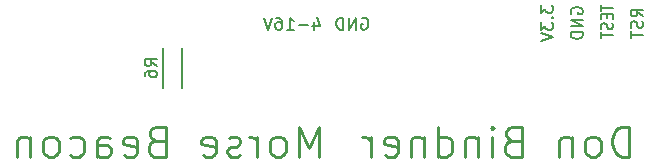
<source format=gbr>
G04 #@! TF.FileFunction,Legend,Bot*
%FSLAX46Y46*%
G04 Gerber Fmt 4.6, Leading zero omitted, Abs format (unit mm)*
G04 Created by KiCad (PCBNEW 0.201510251816+6278~30~ubuntu14.04.1-product) date Mon 26 Oct 2015 11:17:12 PM CDT*
%MOMM*%
G01*
G04 APERTURE LIST*
%ADD10C,0.100000*%
%ADD11C,0.254000*%
%ADD12C,0.150000*%
%ADD13C,0.127000*%
G04 APERTURE END LIST*
D10*
D11*
X165686618Y-99574048D02*
X165686618Y-97034048D01*
X165081856Y-97034048D01*
X164718999Y-97155000D01*
X164477094Y-97396905D01*
X164356142Y-97638810D01*
X164235190Y-98122619D01*
X164235190Y-98485476D01*
X164356142Y-98969286D01*
X164477094Y-99211190D01*
X164718999Y-99453095D01*
X165081856Y-99574048D01*
X165686618Y-99574048D01*
X162783761Y-99574048D02*
X163025666Y-99453095D01*
X163146618Y-99332143D01*
X163267570Y-99090238D01*
X163267570Y-98364524D01*
X163146618Y-98122619D01*
X163025666Y-98001667D01*
X162783761Y-97880714D01*
X162420904Y-97880714D01*
X162178999Y-98001667D01*
X162058047Y-98122619D01*
X161937094Y-98364524D01*
X161937094Y-99090238D01*
X162058047Y-99332143D01*
X162178999Y-99453095D01*
X162420904Y-99574048D01*
X162783761Y-99574048D01*
X160848523Y-97880714D02*
X160848523Y-99574048D01*
X160848523Y-98122619D02*
X160727571Y-98001667D01*
X160485666Y-97880714D01*
X160122809Y-97880714D01*
X159880904Y-98001667D01*
X159759952Y-98243571D01*
X159759952Y-99574048D01*
X155768523Y-98243571D02*
X155405666Y-98364524D01*
X155284714Y-98485476D01*
X155163762Y-98727381D01*
X155163762Y-99090238D01*
X155284714Y-99332143D01*
X155405666Y-99453095D01*
X155647571Y-99574048D01*
X156615190Y-99574048D01*
X156615190Y-97034048D01*
X155768523Y-97034048D01*
X155526619Y-97155000D01*
X155405666Y-97275952D01*
X155284714Y-97517857D01*
X155284714Y-97759762D01*
X155405666Y-98001667D01*
X155526619Y-98122619D01*
X155768523Y-98243571D01*
X156615190Y-98243571D01*
X154075190Y-99574048D02*
X154075190Y-97880714D01*
X154075190Y-97034048D02*
X154196142Y-97155000D01*
X154075190Y-97275952D01*
X153954238Y-97155000D01*
X154075190Y-97034048D01*
X154075190Y-97275952D01*
X152865666Y-97880714D02*
X152865666Y-99574048D01*
X152865666Y-98122619D02*
X152744714Y-98001667D01*
X152502809Y-97880714D01*
X152139952Y-97880714D01*
X151898047Y-98001667D01*
X151777095Y-98243571D01*
X151777095Y-99574048D01*
X149479000Y-99574048D02*
X149479000Y-97034048D01*
X149479000Y-99453095D02*
X149720904Y-99574048D01*
X150204714Y-99574048D01*
X150446619Y-99453095D01*
X150567571Y-99332143D01*
X150688523Y-99090238D01*
X150688523Y-98364524D01*
X150567571Y-98122619D01*
X150446619Y-98001667D01*
X150204714Y-97880714D01*
X149720904Y-97880714D01*
X149479000Y-98001667D01*
X148269476Y-97880714D02*
X148269476Y-99574048D01*
X148269476Y-98122619D02*
X148148524Y-98001667D01*
X147906619Y-97880714D01*
X147543762Y-97880714D01*
X147301857Y-98001667D01*
X147180905Y-98243571D01*
X147180905Y-99574048D01*
X145003762Y-99453095D02*
X145245667Y-99574048D01*
X145729476Y-99574048D01*
X145971381Y-99453095D01*
X146092333Y-99211190D01*
X146092333Y-98243571D01*
X145971381Y-98001667D01*
X145729476Y-97880714D01*
X145245667Y-97880714D01*
X145003762Y-98001667D01*
X144882810Y-98243571D01*
X144882810Y-98485476D01*
X146092333Y-98727381D01*
X143794238Y-99574048D02*
X143794238Y-97880714D01*
X143794238Y-98364524D02*
X143673286Y-98122619D01*
X143552333Y-98001667D01*
X143310429Y-97880714D01*
X143068524Y-97880714D01*
X139379475Y-99574048D02*
X139379475Y-97034048D01*
X138532808Y-98848333D01*
X137686142Y-97034048D01*
X137686142Y-99574048D01*
X136113761Y-99574048D02*
X136355666Y-99453095D01*
X136476618Y-99332143D01*
X136597570Y-99090238D01*
X136597570Y-98364524D01*
X136476618Y-98122619D01*
X136355666Y-98001667D01*
X136113761Y-97880714D01*
X135750904Y-97880714D01*
X135508999Y-98001667D01*
X135388047Y-98122619D01*
X135267094Y-98364524D01*
X135267094Y-99090238D01*
X135388047Y-99332143D01*
X135508999Y-99453095D01*
X135750904Y-99574048D01*
X136113761Y-99574048D01*
X134178523Y-99574048D02*
X134178523Y-97880714D01*
X134178523Y-98364524D02*
X134057571Y-98122619D01*
X133936618Y-98001667D01*
X133694714Y-97880714D01*
X133452809Y-97880714D01*
X132727094Y-99453095D02*
X132485190Y-99574048D01*
X132001380Y-99574048D01*
X131759475Y-99453095D01*
X131638523Y-99211190D01*
X131638523Y-99090238D01*
X131759475Y-98848333D01*
X132001380Y-98727381D01*
X132364237Y-98727381D01*
X132606142Y-98606429D01*
X132727094Y-98364524D01*
X132727094Y-98243571D01*
X132606142Y-98001667D01*
X132364237Y-97880714D01*
X132001380Y-97880714D01*
X131759475Y-98001667D01*
X129582333Y-99453095D02*
X129824238Y-99574048D01*
X130308047Y-99574048D01*
X130549952Y-99453095D01*
X130670904Y-99211190D01*
X130670904Y-98243571D01*
X130549952Y-98001667D01*
X130308047Y-97880714D01*
X129824238Y-97880714D01*
X129582333Y-98001667D01*
X129461381Y-98243571D01*
X129461381Y-98485476D01*
X130670904Y-98727381D01*
X125590904Y-98243571D02*
X125228047Y-98364524D01*
X125107095Y-98485476D01*
X124986143Y-98727381D01*
X124986143Y-99090238D01*
X125107095Y-99332143D01*
X125228047Y-99453095D01*
X125469952Y-99574048D01*
X126437571Y-99574048D01*
X126437571Y-97034048D01*
X125590904Y-97034048D01*
X125349000Y-97155000D01*
X125228047Y-97275952D01*
X125107095Y-97517857D01*
X125107095Y-97759762D01*
X125228047Y-98001667D01*
X125349000Y-98122619D01*
X125590904Y-98243571D01*
X126437571Y-98243571D01*
X122929952Y-99453095D02*
X123171857Y-99574048D01*
X123655666Y-99574048D01*
X123897571Y-99453095D01*
X124018523Y-99211190D01*
X124018523Y-98243571D01*
X123897571Y-98001667D01*
X123655666Y-97880714D01*
X123171857Y-97880714D01*
X122929952Y-98001667D01*
X122809000Y-98243571D01*
X122809000Y-98485476D01*
X124018523Y-98727381D01*
X120631857Y-99574048D02*
X120631857Y-98243571D01*
X120752809Y-98001667D01*
X120994714Y-97880714D01*
X121478523Y-97880714D01*
X121720428Y-98001667D01*
X120631857Y-99453095D02*
X120873761Y-99574048D01*
X121478523Y-99574048D01*
X121720428Y-99453095D01*
X121841380Y-99211190D01*
X121841380Y-98969286D01*
X121720428Y-98727381D01*
X121478523Y-98606429D01*
X120873761Y-98606429D01*
X120631857Y-98485476D01*
X118333762Y-99453095D02*
X118575666Y-99574048D01*
X119059476Y-99574048D01*
X119301381Y-99453095D01*
X119422333Y-99332143D01*
X119543285Y-99090238D01*
X119543285Y-98364524D01*
X119422333Y-98122619D01*
X119301381Y-98001667D01*
X119059476Y-97880714D01*
X118575666Y-97880714D01*
X118333762Y-98001667D01*
X116882333Y-99574048D02*
X117124238Y-99453095D01*
X117245190Y-99332143D01*
X117366142Y-99090238D01*
X117366142Y-98364524D01*
X117245190Y-98122619D01*
X117124238Y-98001667D01*
X116882333Y-97880714D01*
X116519476Y-97880714D01*
X116277571Y-98001667D01*
X116156619Y-98122619D01*
X116035666Y-98364524D01*
X116035666Y-99090238D01*
X116156619Y-99332143D01*
X116277571Y-99453095D01*
X116519476Y-99574048D01*
X116882333Y-99574048D01*
X114947095Y-97880714D02*
X114947095Y-99574048D01*
X114947095Y-98122619D02*
X114826143Y-98001667D01*
X114584238Y-97880714D01*
X114221381Y-97880714D01*
X113979476Y-98001667D01*
X113858524Y-98243571D01*
X113858524Y-99574048D01*
D12*
X127800000Y-90375000D02*
X127800000Y-93775000D01*
X126200000Y-90375000D02*
X126200000Y-93775000D01*
D13*
X138998476Y-88142286D02*
X138998476Y-88819619D01*
X139240380Y-87755238D02*
X139482285Y-88480952D01*
X138853333Y-88480952D01*
X138466285Y-88432571D02*
X137692190Y-88432571D01*
X136676190Y-88819619D02*
X137256761Y-88819619D01*
X136966475Y-88819619D02*
X136966475Y-87803619D01*
X137063237Y-87948762D01*
X137159999Y-88045524D01*
X137256761Y-88093905D01*
X135805333Y-87803619D02*
X135998856Y-87803619D01*
X136095618Y-87852000D01*
X136143999Y-87900381D01*
X136240761Y-88045524D01*
X136289142Y-88239048D01*
X136289142Y-88626095D01*
X136240761Y-88722857D01*
X136192380Y-88771238D01*
X136095618Y-88819619D01*
X135902095Y-88819619D01*
X135805333Y-88771238D01*
X135756952Y-88722857D01*
X135708571Y-88626095D01*
X135708571Y-88384190D01*
X135756952Y-88287429D01*
X135805333Y-88239048D01*
X135902095Y-88190667D01*
X136095618Y-88190667D01*
X136192380Y-88239048D01*
X136240761Y-88287429D01*
X136289142Y-88384190D01*
X135418285Y-87803619D02*
X135079618Y-88819619D01*
X134740952Y-87803619D01*
X143014095Y-87852000D02*
X143110857Y-87803619D01*
X143256000Y-87803619D01*
X143401142Y-87852000D01*
X143497904Y-87948762D01*
X143546285Y-88045524D01*
X143594666Y-88239048D01*
X143594666Y-88384190D01*
X143546285Y-88577714D01*
X143497904Y-88674476D01*
X143401142Y-88771238D01*
X143256000Y-88819619D01*
X143159238Y-88819619D01*
X143014095Y-88771238D01*
X142965714Y-88722857D01*
X142965714Y-88384190D01*
X143159238Y-88384190D01*
X142530285Y-88819619D02*
X142530285Y-87803619D01*
X141949714Y-88819619D01*
X141949714Y-87803619D01*
X141465904Y-88819619D02*
X141465904Y-87803619D01*
X141223999Y-87803619D01*
X141078857Y-87852000D01*
X140982095Y-87948762D01*
X140933714Y-88045524D01*
X140885333Y-88239048D01*
X140885333Y-88384190D01*
X140933714Y-88577714D01*
X140982095Y-88674476D01*
X141078857Y-88771238D01*
X141223999Y-88819619D01*
X141465904Y-88819619D01*
X158193619Y-86765191D02*
X158193619Y-87394143D01*
X158580667Y-87055477D01*
X158580667Y-87200619D01*
X158629048Y-87297381D01*
X158677429Y-87345762D01*
X158774190Y-87394143D01*
X159016095Y-87394143D01*
X159112857Y-87345762D01*
X159161238Y-87297381D01*
X159209619Y-87200619D01*
X159209619Y-86910334D01*
X159161238Y-86813572D01*
X159112857Y-86765191D01*
X159112857Y-87829572D02*
X159161238Y-87877953D01*
X159209619Y-87829572D01*
X159161238Y-87781191D01*
X159112857Y-87829572D01*
X159209619Y-87829572D01*
X158193619Y-88216620D02*
X158193619Y-88845572D01*
X158580667Y-88506906D01*
X158580667Y-88652048D01*
X158629048Y-88748810D01*
X158677429Y-88797191D01*
X158774190Y-88845572D01*
X159016095Y-88845572D01*
X159112857Y-88797191D01*
X159161238Y-88748810D01*
X159209619Y-88652048D01*
X159209619Y-88361763D01*
X159161238Y-88265001D01*
X159112857Y-88216620D01*
X158193619Y-89135858D02*
X159209619Y-89474525D01*
X158193619Y-89813191D01*
X160782000Y-87490905D02*
X160733619Y-87394143D01*
X160733619Y-87249000D01*
X160782000Y-87103858D01*
X160878762Y-87007096D01*
X160975524Y-86958715D01*
X161169048Y-86910334D01*
X161314190Y-86910334D01*
X161507714Y-86958715D01*
X161604476Y-87007096D01*
X161701238Y-87103858D01*
X161749619Y-87249000D01*
X161749619Y-87345762D01*
X161701238Y-87490905D01*
X161652857Y-87539286D01*
X161314190Y-87539286D01*
X161314190Y-87345762D01*
X161749619Y-87974715D02*
X160733619Y-87974715D01*
X161749619Y-88555286D01*
X160733619Y-88555286D01*
X161749619Y-89039096D02*
X160733619Y-89039096D01*
X160733619Y-89281001D01*
X160782000Y-89426143D01*
X160878762Y-89522905D01*
X160975524Y-89571286D01*
X161169048Y-89619667D01*
X161314190Y-89619667D01*
X161507714Y-89571286D01*
X161604476Y-89522905D01*
X161701238Y-89426143D01*
X161749619Y-89281001D01*
X161749619Y-89039096D01*
X163273619Y-86719834D02*
X163273619Y-87227834D01*
X164289619Y-86973834D02*
X163273619Y-86973834D01*
X163757429Y-87524167D02*
X163757429Y-87820500D01*
X164289619Y-87947500D02*
X164289619Y-87524167D01*
X163273619Y-87524167D01*
X163273619Y-87947500D01*
X164241238Y-88286166D02*
X164289619Y-88413166D01*
X164289619Y-88624833D01*
X164241238Y-88709500D01*
X164192857Y-88751833D01*
X164096095Y-88794166D01*
X163999333Y-88794166D01*
X163902571Y-88751833D01*
X163854190Y-88709500D01*
X163805810Y-88624833D01*
X163757429Y-88455500D01*
X163709048Y-88370833D01*
X163660667Y-88328500D01*
X163563905Y-88286166D01*
X163467143Y-88286166D01*
X163370381Y-88328500D01*
X163322000Y-88370833D01*
X163273619Y-88455500D01*
X163273619Y-88667166D01*
X163322000Y-88794166D01*
X163273619Y-89048167D02*
X163273619Y-89556167D01*
X164289619Y-89302167D02*
X163273619Y-89302167D01*
X166829619Y-87708619D02*
X166345810Y-87369953D01*
X166829619Y-87128048D02*
X165813619Y-87128048D01*
X165813619Y-87515095D01*
X165862000Y-87611857D01*
X165910381Y-87660238D01*
X166007143Y-87708619D01*
X166152286Y-87708619D01*
X166249048Y-87660238D01*
X166297429Y-87611857D01*
X166345810Y-87515095D01*
X166345810Y-87128048D01*
X166781238Y-88095667D02*
X166829619Y-88240810D01*
X166829619Y-88482714D01*
X166781238Y-88579476D01*
X166732857Y-88627857D01*
X166636095Y-88676238D01*
X166539333Y-88676238D01*
X166442571Y-88627857D01*
X166394190Y-88579476D01*
X166345810Y-88482714D01*
X166297429Y-88289191D01*
X166249048Y-88192429D01*
X166200667Y-88144048D01*
X166103905Y-88095667D01*
X166007143Y-88095667D01*
X165910381Y-88144048D01*
X165862000Y-88192429D01*
X165813619Y-88289191D01*
X165813619Y-88531095D01*
X165862000Y-88676238D01*
X165813619Y-88966524D02*
X165813619Y-89547095D01*
X166829619Y-89256810D02*
X165813619Y-89256810D01*
X125681619Y-91905667D02*
X125197810Y-91567001D01*
X125681619Y-91325096D02*
X124665619Y-91325096D01*
X124665619Y-91712143D01*
X124714000Y-91808905D01*
X124762381Y-91857286D01*
X124859143Y-91905667D01*
X125004286Y-91905667D01*
X125101048Y-91857286D01*
X125149429Y-91808905D01*
X125197810Y-91712143D01*
X125197810Y-91325096D01*
X124665619Y-92776524D02*
X124665619Y-92583001D01*
X124714000Y-92486239D01*
X124762381Y-92437858D01*
X124907524Y-92341096D01*
X125101048Y-92292715D01*
X125488095Y-92292715D01*
X125584857Y-92341096D01*
X125633238Y-92389477D01*
X125681619Y-92486239D01*
X125681619Y-92679762D01*
X125633238Y-92776524D01*
X125584857Y-92824905D01*
X125488095Y-92873286D01*
X125246190Y-92873286D01*
X125149429Y-92824905D01*
X125101048Y-92776524D01*
X125052667Y-92679762D01*
X125052667Y-92486239D01*
X125101048Y-92389477D01*
X125149429Y-92341096D01*
X125246190Y-92292715D01*
M02*

</source>
